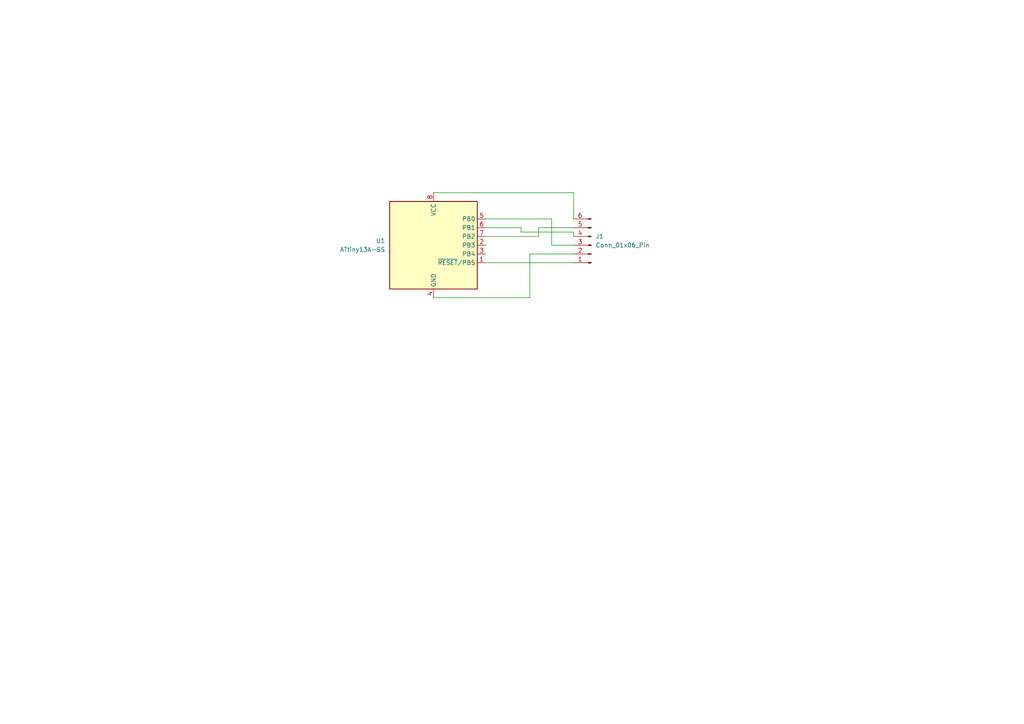
<source format=kicad_sch>
(kicad_sch (version 20230121) (generator eeschema)
  (paper "A4")
  (lib_symbols
    (symbol "Connector:Conn_01x06_Pin" (pin_names (offset 1.016) hide)
      (property "Reference" "J" (at 0 7.62 0))
      (property "Value" "Conn_01x06_Pin" (at 0 -10.16 0))
      (symbol "Conn_01x06_Pin_1_1"
        (polyline (pts (xy 1.27 -7.62) (xy 0.8636 -7.62)) (stroke (width 0.1524)))
        (polyline (pts (xy 1.27 -5.08) (xy 0.8636 -5.08)) (stroke (width 0.1524)))
        (polyline (pts (xy 1.27 -2.54) (xy 0.8636 -2.54)) (stroke (width 0.1524)))
        (polyline (pts (xy 1.27 0) (xy 0.8636 0)) (stroke (width 0.1524)))
        (polyline (pts (xy 1.27 2.54) (xy 0.8636 2.54)) (stroke (width 0.1524)))
        (polyline (pts (xy 1.27 5.08) (xy 0.8636 5.08)) (stroke (width 0.1524)))
        (rectangle (start 0.8636 -7.493) (end 0 -7.747) (stroke (width 0.1524)) (fill (type outline)))
        (rectangle (start 0.8636 -4.953) (end 0 -5.207) (stroke (width 0.1524)) (fill (type outline)))
        (rectangle (start 0.8636 -2.413) (end 0 -2.667) (stroke (width 0.1524)) (fill (type outline)))
        (rectangle (start 0.8636 0.127) (end 0 -0.127) (stroke (width 0.1524)) (fill (type outline)))
        (rectangle (start 0.8636 2.667) (end 0 2.413) (stroke (width 0.1524)) (fill (type outline)))
        (rectangle (start 0.8636 5.207) (end 0 4.953) (stroke (width 0.1524)) (fill (type outline)))
        (pin passive line (at 5.08 5.08 180) (length 3.81) (name "Pin_1") (number "1"))
        (pin passive line (at 5.08 2.54 180) (length 3.81) (name "Pin_2") (number "2"))
        (pin passive line (at 5.08 0 180) (length 3.81) (name "Pin_3") (number "3"))
        (pin passive line (at 5.08 -2.54 180) (length 3.81) (name "Pin_4") (number "4"))
        (pin passive line (at 5.08 -5.08 180) (length 3.81) (name "Pin_5") (number "5"))
        (pin passive line (at 5.08 -7.62 180) (length 3.81) (name "Pin_6") (number "6"))
      )
    )
    (symbol "MCU_Microchip_ATtiny:ATtiny13A-SS"
      (property "Reference" "U" (at -12.7 13.97 0))
      (property "Value" "ATtiny13A-SS" (at 2.54 -13.97 0))
      (symbol "ATtiny13A-SS_0_1"
        (rectangle (start -12.7 -12.7) (end 12.7 12.7) (stroke (width 0.254)) (fill (type background)))
      )
      (symbol "ATtiny13A-SS_1_1"
        (pin bidirectional line (at 15.24 -5.08 180) (length 2.54) (name "~{RESET}/PB5") (number "1"))
        (pin bidirectional line (at 15.24 0 180) (length 2.54) (name "PB3") (number "2"))
        (pin bidirectional line (at 15.24 -2.54 180) (length 2.54) (name "PB4") (number "3"))
        (pin power_in line (at 0 -15.24 90) (length 2.54) (name "GND") (number "4"))
        (pin bidirectional line (at 15.24 7.62 180) (length 2.54) (name "PB0") (number "5"))
        (pin bidirectional line (at 15.24 5.08 180) (length 2.54) (name "PB1") (number "6"))
        (pin bidirectional line (at 15.24 2.54 180) (length 2.54) (name "PB2") (number "7"))
        (pin power_in line (at 0 15.24 270) (length 2.54) (name "VCC") (number "8"))
      )
    )
  )
  (wire (pts (xy 166.37 67.31) (xy 166.37 68.58)))
  (wire (pts (xy 166.37 73.66) (xy 153.67 73.66)))
  (wire (pts (xy 166.37 55.88) (xy 166.37 63.5)))
  (wire (pts (xy 140.97 63.5) (xy 160.02 63.5)))
  (wire (pts (xy 140.97 76.2) (xy 166.37 76.2)))
  (wire (pts (xy 151.13 66.04) (xy 151.13 67.31)))
  (wire (pts (xy 125.73 55.88) (xy 166.37 55.88)))
  (wire (pts (xy 151.13 67.31) (xy 166.37 67.31)))
  (wire (pts (xy 151.13 66.04) (xy 140.97 66.04)))
  (wire (pts (xy 160.02 71.12) (xy 166.37 71.12)))
  (wire (pts (xy 153.67 73.66) (xy 153.67 86.36)))
  (wire (pts (xy 140.97 68.58) (xy 156.21 68.58)))
  (wire (pts (xy 153.67 86.36) (xy 125.73 86.36)))
  (wire (pts (xy 156.21 66.04) (xy 166.37 66.04)))
  (wire (pts (xy 156.21 68.58) (xy 156.21 66.04)))
  (wire (pts (xy 160.02 63.5) (xy 160.02 71.12)))
  (symbol (lib_id "Connector:Conn_01x06_Pin") (at 171.45 71.12 180) (unit 1)
    (property "Reference" "J1" (at 172.72 68.58 0) (effects (justify right)))
    (property "Value" "Conn_01x06_Pin" (at 172.72 71.12 0) (effects (justify right)))
    (property "Footprint" "Connector_PinHeader_2.54mm:PinHeader_1x06_P2.54mm_Vertical_SMD_Pin1Left" (effects hide))
  )
  (symbol (lib_id "MCU_Microchip_ATtiny:ATtiny13A-SS") (at 125.73 71.12 0) (unit 1)
    (property "Reference" "U1" (at 111.76 69.85 0) (effects (justify right)))
    (property "Value" "ATtiny13A-SS" (at 111.76 72.39 0) (effects (justify right)))
    (property "Footprint" "Package_SO:SOIC-8_3.9x4.9mm_P1.27mm" (effects hide))
    (property "Datasheet" "http://ww1.microchip.com/downloads/en/DeviceDoc/doc8126.pdf" (effects hide))
  )
)
</source>
